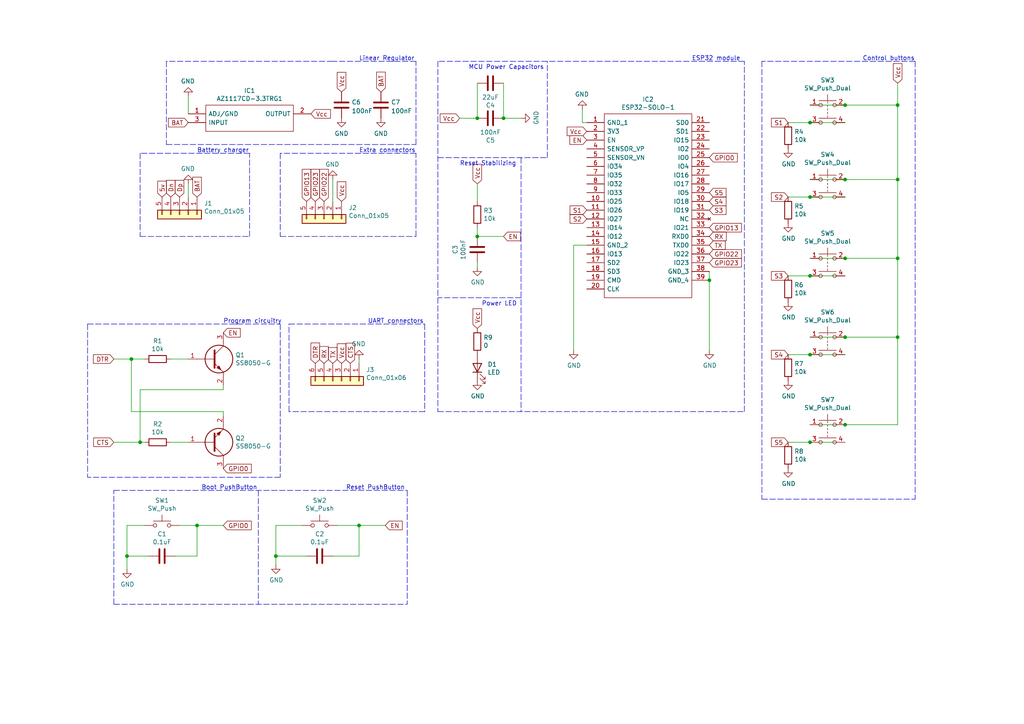
<source format=kicad_sch>
(kicad_sch (version 20211123) (generator eeschema)
  (paper "A4")
  (title_block (comment 1 "Tower PCB") (comment 2 "Project: Mario Kart") (comment 3 "Purdue University ECE477: Senior Design") (comment 4 "Author: Andre Hatushikano"))
  (lib_symbols
    (symbol "Connector_Generic:Conn_01x05" (pin_names (offset 1.016) hide)
      (property "Reference" "J" (at 0 7.62 0))
      (property "Value" "Conn_01x05" (at 0 -7.62 0))
      (symbol "Conn_01x05_1_1"
        (rectangle (start -1.27 -4.953) (end 0 -5.207) (stroke (width 0.1524)))
        (rectangle (start -1.27 -2.413) (end 0 -2.667) (stroke (width 0.1524)))
        (rectangle (start -1.27 0.127) (end 0 -0.127) (stroke (width 0.1524)))
        (rectangle (start -1.27 2.667) (end 0 2.413) (stroke (width 0.1524)))
        (rectangle (start -1.27 5.207) (end 0 4.953) (stroke (width 0.1524)))
        (rectangle (start -1.27 6.35) (end 1.27 -6.35) (stroke (width 0.254)) (fill (type background)))
        (pin passive line (at -5.08 5.08 0) (length 3.81) (name "Pin_1") (number "1"))
        (pin passive line (at -5.08 2.54 0) (length 3.81) (name "Pin_2") (number "2"))
        (pin passive line (at -5.08 0 0) (length 3.81) (name "Pin_3") (number "3"))
        (pin passive line (at -5.08 -2.54 0) (length 3.81) (name "Pin_4") (number "4"))
        (pin passive line (at -5.08 -5.08 0) (length 3.81) (name "Pin_5") (number "5"))
      )
    )
    (symbol "Connector_Generic:Conn_01x06" (pin_names (offset 1.016) hide)
      (property "Reference" "J" (at 0 7.62 0))
      (property "Value" "Conn_01x06" (at 0 -10.16 0))
      (symbol "Conn_01x06_1_1"
        (rectangle (start -1.27 -7.493) (end 0 -7.747) (stroke (width 0.1524)))
        (rectangle (start -1.27 -4.953) (end 0 -5.207) (stroke (width 0.1524)))
        (rectangle (start -1.27 -2.413) (end 0 -2.667) (stroke (width 0.1524)))
        (rectangle (start -1.27 0.127) (end 0 -0.127) (stroke (width 0.1524)))
        (rectangle (start -1.27 2.667) (end 0 2.413) (stroke (width 0.1524)))
        (rectangle (start -1.27 5.207) (end 0 4.953) (stroke (width 0.1524)))
        (rectangle (start -1.27 6.35) (end 1.27 -8.89) (stroke (width 0.254)) (fill (type background)))
        (pin passive line (at -5.08 5.08 0) (length 3.81) (name "Pin_1") (number "1"))
        (pin passive line (at -5.08 2.54 0) (length 3.81) (name "Pin_2") (number "2"))
        (pin passive line (at -5.08 0 0) (length 3.81) (name "Pin_3") (number "3"))
        (pin passive line (at -5.08 -2.54 0) (length 3.81) (name "Pin_4") (number "4"))
        (pin passive line (at -5.08 -5.08 0) (length 3.81) (name "Pin_5") (number "5"))
        (pin passive line (at -5.08 -7.62 0) (length 3.81) (name "Pin_6") (number "6"))
      )
    )
    (symbol "Device:C" (pin_numbers hide) (pin_names (offset 0.254))
      (property "Reference" "C" (at 0.635 2.54 0))
      (property "Value" "C" (at 0.635 -2.54 0))
      (symbol "C_0_1"
        (polyline (pts (xy -2.032 -0.762) (xy 2.032 -0.762)) (stroke (width 0.508)))
        (polyline (pts (xy -2.032 0.762) (xy 2.032 0.762)) (stroke (width 0.508)))
      )
      (symbol "C_1_1"
        (pin passive line (at 0 3.81 270) (length 2.794) (name "~") (number "1"))
        (pin passive line (at 0 -3.81 90) (length 2.794) (name "~") (number "2"))
      )
    )
    (symbol "Device:LED" (pin_numbers hide) (pin_names (offset 1.016) hide)
      (property "Reference" "D" (at 0 2.54 0))
      (property "Value" "LED" (at 0 -2.54 0))
      (symbol "LED_0_1"
        (polyline (pts (xy -1.27 -1.27) (xy -1.27 1.27)) (stroke (width 0.254)))
        (polyline (pts (xy -1.27 0) (xy 1.27 0)))
        (polyline (pts (xy 1.27 -1.27) (xy 1.27 1.27) (xy -1.27 0) (xy 1.27 -1.27)) (stroke (width 0.254)))
        (polyline (pts (xy -3.048 -0.762) (xy -4.572 -2.286) (xy -3.81 -2.286) (xy -4.572 -2.286) (xy -4.572 -1.524)))
        (polyline (pts (xy -1.778 -0.762) (xy -3.302 -2.286) (xy -2.54 -2.286) (xy -3.302 -2.286) (xy -3.302 -1.524)))
      )
      (symbol "LED_1_1"
        (pin passive line (at -3.81 0 0) (length 2.54) (name "K") (number "1"))
        (pin passive line (at 3.81 0 180) (length 2.54) (name "A") (number "2"))
      )
    )
    (symbol "Device:R" (pin_numbers hide) (pin_names (offset 0))
      (property "Reference" "R" (at 2.032 0 90))
      (property "Value" "R" (at 0 0 90))
      (symbol "R_0_1"
        (rectangle (start -1.016 -2.54) (end 1.016 2.54) (stroke (width 0.254)))
      )
      (symbol "R_1_1"
        (pin passive line (at 0 3.81 270) (length 1.27) (name "~") (number "1"))
        (pin passive line (at 0 -3.81 90) (length 1.27) (name "~") (number "2"))
      )
    )
    (symbol "ESP-SOLO-1:ESP32-SOLO-1" (pin_names (offset 0.762))
      (property "Reference" "IC" (at 31.75 7.62 0))
      (property "Value" "ESP-SOLO-1_ESP32-SOLO-1" (at 31.75 5.08 0))
      (symbol "ESP32-SOLO-1_0_0"
        (pin passive line (at 0 0 0) (length 5.08) (name "GND_1") (number "1"))
        (pin passive line (at 0 -22.86 0) (length 5.08) (name "IO25") (number "10"))
        (pin passive line (at 0 -25.4 0) (length 5.08) (name "IO26") (number "11"))
        (pin passive line (at 0 -27.94 0) (length 5.08) (name "IO27") (number "12"))
        (pin passive line (at 0 -30.48 0) (length 5.08) (name "IO14") (number "13"))
        (pin passive line (at 0 -33.02 0) (length 5.08) (name "IO12") (number "14"))
        (pin passive line (at 0 -35.56 0) (length 5.08) (name "GND_2") (number "15"))
        (pin passive line (at 0 -38.1 0) (length 5.08) (name "IO13") (number "16"))
        (pin passive line (at 0 -40.64 0) (length 5.08) (name "SD2") (number "17"))
        (pin passive line (at 0 -43.18 0) (length 5.08) (name "SD3") (number "18"))
        (pin passive line (at 0 -45.72 0) (length 5.08) (name "CMD") (number "19"))
        (pin passive line (at 0 -2.54 0) (length 5.08) (name "3V3") (number "2"))
        (pin passive line (at 0 -48.26 0) (length 5.08) (name "CLK") (number "20"))
        (pin passive line (at 35.56 0 180) (length 5.08) (name "SD0") (number "21"))
        (pin passive line (at 35.56 -2.54 180) (length 5.08) (name "SD1") (number "22"))
        (pin passive line (at 35.56 -5.08 180) (length 5.08) (name "IO15") (number "23"))
        (pin passive line (at 35.56 -7.62 180) (length 5.08) (name "IO2") (number "24"))
        (pin passive line (at 35.56 -10.16 180) (length 5.08) (name "IO0") (number "25"))
        (pin passive line (at 35.56 -12.7 180) (length 5.08) (name "IO4") (number "26"))
        (pin passive line (at 35.56 -15.24 180) (length 5.08) (name "IO16") (number "27"))
        (pin passive line (at 35.56 -17.78 180) (length 5.08) (name "IO17") (number "28"))
        (pin passive line (at 35.56 -20.32 180) (length 5.08) (name "IO5") (number "29"))
        (pin passive line (at 0 -5.08 0) (length 5.08) (name "EN") (number "3"))
        (pin passive line (at 35.56 -22.86 180) (length 5.08) (name "IO18") (number "30"))
        (pin passive line (at 35.56 -25.4 180) (length 5.08) (name "IO19") (number "31"))
        (pin no_connect line (at 35.56 -27.94 180) (length 5.08) (name "NC") (number "32"))
        (pin passive line (at 35.56 -30.48 180) (length 5.08) (name "IO21") (number "33"))
        (pin passive line (at 35.56 -33.02 180) (length 5.08) (name "RXD0") (number "34"))
        (pin passive line (at 35.56 -35.56 180) (length 5.08) (name "TXD0") (number "35"))
        (pin passive line (at 35.56 -38.1 180) (length 5.08) (name "IO22") (number "36"))
        (pin passive line (at 35.56 -40.64 180) (length 5.08) (name "IO23") (number "37"))
        (pin passive line (at 35.56 -43.18 180) (length 5.08) (name "GND_3") (number "38"))
        (pin passive line (at 35.56 -45.72 180) (length 5.08) (name "GND_4") (number "39"))
        (pin passive line (at 0 -7.62 0) (length 5.08) (name "SENSOR_VP") (number "4"))
        (pin passive line (at 0 -10.16 0) (length 5.08) (name "SENSOR_VN") (number "5"))
        (pin passive line (at 0 -12.7 0) (length 5.08) (name "IO34") (number "6"))
        (pin passive line (at 0 -15.24 0) (length 5.08) (name "IO35") (number "7"))
        (pin passive line (at 0 -17.78 0) (length 5.08) (name "IO32") (number "8"))
        (pin passive line (at 0 -20.32 0) (length 5.08) (name "IO33") (number "9"))
      )
      (symbol "ESP32-SOLO-1_0_1"
        (polyline (pts (xy 5.08 2.54) (xy 30.48 2.54) (xy 30.48 -50.8) (xy 5.08 -50.8) (xy 5.08 2.54)) (stroke (width 0.1524)))
      )
    )
    (symbol "Mouser:AZ1117CD-3.3TRG1" (pin_names (offset 0.762))
      (property "Reference" "IC" (at 31.75 7.62 0))
      (property "Value" "Mouser_AZ1117CD-3.3TRG1" (at 31.75 5.08 0))
      (symbol "AZ1117CD-3.3TRG1_0_0"
        (pin passive line (at 0 0 0) (length 5.08) (name "ADJ/GND") (number "1"))
        (pin passive line (at 35.56 0 180) (length 5.08) (name "OUTPUT") (number "2"))
        (pin passive line (at 0 -2.54 0) (length 5.08) (name "INPUT") (number "3"))
      )
      (symbol "AZ1117CD-3.3TRG1_0_1"
        (polyline (pts (xy 5.08 2.54) (xy 30.48 2.54) (xy 30.48 -5.08) (xy 5.08 -5.08) (xy 5.08 2.54)) (stroke (width 0.1524)))
      )
    )
    (symbol "Mouser:SS8050-G" (pin_names (offset 0.762))
      (property "Reference" "Q" (at 13.97 1.27 0))
      (property "Value" "Mouser_SS8050-G" (at 13.97 -1.27 0))
      (symbol "SS8050-G_0_0"
        (pin passive line (at 0 0 0) (length 2.54) (name "~") (number "1"))
        (pin passive line (at 10.16 -7.62 90) (length 2.54) (name "~") (number "2"))
        (pin passive line (at 10.16 7.62 270) (length 2.54) (name "~") (number "3"))
      )
      (symbol "SS8050-G_0_1"
        (polyline (pts (xy 2.54 0) (xy 7.62 0)) (stroke (width 0.1524)))
        (polyline (pts (xy 7.62 -1.27) (xy 10.16 -3.81)) (stroke (width 0.1524)))
        (polyline (pts (xy 7.62 1.27) (xy 10.16 3.81)) (stroke (width 0.1524)))
        (polyline (pts (xy 7.62 2.54) (xy 7.62 -2.54)) (stroke (width 0.508)))
        (polyline (pts (xy 10.16 -3.81) (xy 10.16 -5.08)) (stroke (width 0.1524)))
        (polyline (pts (xy 10.16 3.81) (xy 10.16 5.08)) (stroke (width 0.1524)))
        (polyline (pts (xy 8.382 -2.54) (xy 8.89 -2.032) (xy 9.398 -3.048) (xy 8.382 -2.54)) (stroke (width 0.254)) (fill (type outline)))
        (circle (center 8.89 0) (radius 4.0132) (stroke (width 0.254)))
      )
    )
    (symbol "Switch:SW_Push" (pin_numbers hide) (pin_names (offset 1.016) hide)
      (property "Reference" "SW" (at 1.27 2.54 0))
      (property "Value" "SW_Push" (at 0 -1.524 0))
      (symbol "SW_Push_0_1"
        (circle (center -2.032 0) (radius 0.508))
        (polyline (pts (xy 0 1.27) (xy 0 3.048)))
        (polyline (pts (xy 2.54 1.27) (xy -2.54 1.27)))
        (circle (center 2.032 0) (radius 0.508))
        (pin passive line (at -5.08 0 0) (length 2.54) (name "1") (number "1"))
        (pin passive line (at 5.08 0 180) (length 2.54) (name "2") (number "2"))
      )
    )
    (symbol "Switch:SW_Push_Dual" (pin_names (offset 1.016) hide)
      (property "Reference" "SW" (at 1.27 2.54 0))
      (property "Value" "SW_Push_Dual" (at 0 -6.858 0))
      (symbol "SW_Push_Dual_0_1"
        (circle (center -2.032 -5.08) (radius 0.508))
        (circle (center -2.032 0) (radius 0.508))
        (polyline (pts (xy 0 -3.048) (xy 0 -3.556)))
        (polyline (pts (xy 0 -2.032) (xy 0 -2.54)))
        (polyline (pts (xy 0 -1.524) (xy 0 -1.016)))
        (polyline (pts (xy 0 -0.508) (xy 0 0)))
        (polyline (pts (xy 0 0.508) (xy 0 1.016)))
        (polyline (pts (xy 0 1.27) (xy 0 3.048)))
        (polyline (pts (xy 2.54 -3.81) (xy -2.54 -3.81)))
        (polyline (pts (xy 2.54 1.27) (xy -2.54 1.27)))
        (circle (center 2.032 -5.08) (radius 0.508))
        (circle (center 2.032 0) (radius 0.508))
        (pin passive line (at -5.08 0 0) (length 2.54) (name "1") (number "1"))
        (pin passive line (at 5.08 0 180) (length 2.54) (name "2") (number "2"))
        (pin passive line (at -5.08 -5.08 0) (length 2.54) (name "3") (number "3"))
        (pin passive line (at 5.08 -5.08 180) (length 2.54) (name "4") (number "4"))
      )
    )
    (symbol "power:GND" (power) (pin_names (offset 0))
      (property "Value" "GND" (at 0 -3.81 0))
      (symbol "GND_0_1"
        (polyline (pts (xy 0 0) (xy 0 -1.27) (xy 1.27 -1.27) (xy 0 -2.54) (xy -1.27 -1.27) (xy 0 -1.27)))
      )
      (symbol "GND_1_1"
        (pin power_in line (at 0 0 270) (length 0) hide (name "GND") (number "1"))
      )
    )
  )
  (junction (at 234.95 35.56))
  (junction (at 40.64 128.27))
  (junction (at 245.11 74.93))
  (junction (at 36.83 161.29))
  (junction (at 234.95 57.15))
  (junction (at 260.35 97.79))
  (junction (at 146.05 34.29))
  (junction (at 234.95 102.87))
  (junction (at 260.35 74.93))
  (junction (at 57.15 152.4))
  (junction (at 80.01 161.29))
  (junction (at 38.1 104.14))
  (junction (at 245.11 97.79))
  (junction (at 234.95 80.01))
  (junction (at 104.14 152.4))
  (junction (at 138.43 68.58))
  (junction (at 245.11 123.19))
  (junction (at 260.35 52.07))
  (junction (at 260.35 30.48))
  (junction (at 234.95 128.27))
  (junction (at 245.11 52.07))
  (junction (at 138.43 34.29))
  (junction (at 245.11 30.48))
  (junction (at 205.74 81.28))
  (wire (pts (xy 80.01 161.29) (xy 80.01 163.83)))
  (polyline (pts (xy 123.19 93.98) (xy 123.19 119.38)))
  (wire (pts (xy 138.43 68.58) (xy 146.05 68.58)))
  (wire (pts (xy 205.74 81.28) (xy 205.74 101.6)))
  (wire (pts (xy 57.15 161.29) (xy 57.15 152.4)))
  (polyline (pts (xy 81.28 93.98) (xy 81.28 138.43)))
  (wire (pts (xy 64.77 119.38) (xy 64.77 120.65)))
  (wire (pts (xy 245.11 30.48) (xy 260.35 30.48)))
  (wire (pts (xy 38.1 119.38) (xy 64.77 119.38)))
  (wire (pts (xy 36.83 161.29) (xy 36.83 165.1)))
  (wire (pts (xy 50.8 161.29) (xy 57.15 161.29)))
  (wire (pts (xy 168.91 35.56) (xy 168.91 31.75)))
  (wire (pts (xy 133.35 34.29) (xy 138.43 34.29)))
  (wire (pts (xy 205.74 78.74) (xy 205.74 81.28)))
  (polyline (pts (xy 120.65 68.58) (xy 120.65 44.45)))
  (wire (pts (xy 38.1 104.14) (xy 33.02 104.14)))
  (polyline (pts (xy 81.28 68.58) (xy 120.65 68.58)))
  (wire (pts (xy 234.95 128.27) (xy 245.11 128.27)))
  (polyline (pts (xy 123.19 119.38) (xy 83.82 119.38)))
  (wire (pts (xy 49.53 128.27) (xy 54.61 128.27)))
  (wire (pts (xy 104.14 152.4) (xy 111.76 152.4)))
  (wire (pts (xy 234.95 102.87) (xy 245.11 102.87)))
  (polyline (pts (xy 81.28 138.43) (xy 25.4 138.43)))
  (wire (pts (xy 166.37 71.12) (xy 166.37 101.6)))
  (wire (pts (xy 41.91 152.4) (xy 36.83 152.4)))
  (wire (pts (xy 87.63 152.4) (xy 80.01 152.4)))
  (polyline (pts (xy 220.98 144.78) (xy 265.43 144.78)))
  (wire (pts (xy 245.11 74.93) (xy 260.35 74.93)))
  (wire (pts (xy 234.95 128.27) (xy 228.6 128.27)))
  (polyline (pts (xy 40.64 68.58) (xy 72.39 68.58)))
  (wire (pts (xy 146.05 34.29) (xy 146.05 24.13)))
  (polyline (pts (xy 81.28 44.45) (xy 81.28 68.58)))
  (polyline (pts (xy 215.9 119.38) (xy 215.9 17.78)))
  (polyline (pts (xy 127 17.78) (xy 127 119.38)))
  (polyline (pts (xy 48.26 17.78) (xy 48.26 41.91)))
  (wire (pts (xy 234.95 80.01) (xy 245.11 80.01)))
  (wire (pts (xy 234.95 57.15) (xy 228.6 57.15)))
  (wire (pts (xy 260.35 30.48) (xy 260.35 52.07)))
  (wire (pts (xy 104.14 152.4) (xy 97.79 152.4)))
  (polyline (pts (xy 151.13 86.36) (xy 127 86.36)))
  (wire (pts (xy 96.52 52.07) (xy 96.52 58.42)))
  (wire (pts (xy 40.64 113.03) (xy 64.77 113.03)))
  (polyline (pts (xy 83.82 119.38) (xy 83.82 93.98)))
  (wire (pts (xy 234.95 57.15) (xy 245.11 57.15)))
  (polyline (pts (xy 120.65 17.78) (xy 96.52 17.78)))
  (polyline (pts (xy 96.52 41.91) (xy 120.65 41.91)))
  (wire (pts (xy 260.35 123.19) (xy 245.11 123.19)))
  (wire (pts (xy 234.95 35.56) (xy 245.11 35.56)))
  (polyline (pts (xy 83.82 93.98) (xy 123.19 93.98)))
  (wire (pts (xy 104.14 161.29) (xy 104.14 152.4)))
  (polyline (pts (xy 120.65 41.91) (xy 120.65 17.78)))
  (wire (pts (xy 138.43 24.13) (xy 138.43 34.29)))
  (polyline (pts (xy 158.75 45.72) (xy 158.75 17.78)))
  (wire (pts (xy 234.95 80.01) (xy 228.6 80.01)))
  (wire (pts (xy 54.61 53.34) (xy 54.61 57.15)))
  (wire (pts (xy 234.95 123.19) (xy 245.11 123.19)))
  (wire (pts (xy 260.35 24.13) (xy 260.35 30.48)))
  (wire (pts (xy 80.01 152.4) (xy 80.01 161.29)))
  (polyline (pts (xy 33.02 175.26) (xy 118.11 175.26)))
  (wire (pts (xy 96.52 161.29) (xy 104.14 161.29)))
  (polyline (pts (xy 25.4 93.98) (xy 25.4 138.43)))
  (wire (pts (xy 64.77 113.03) (xy 64.77 111.76)))
  (wire (pts (xy 54.61 27.94) (xy 54.61 33.02)))
  (wire (pts (xy 38.1 104.14) (xy 41.91 104.14)))
  (wire (pts (xy 151.13 34.29) (xy 146.05 34.29)))
  (wire (pts (xy 38.1 119.38) (xy 38.1 104.14)))
  (polyline (pts (xy 127 45.72) (xy 158.75 45.72)))
  (polyline (pts (xy 40.64 44.45) (xy 40.64 68.58)))
  (wire (pts (xy 43.18 161.29) (xy 36.83 161.29)))
  (wire (pts (xy 57.15 152.4) (xy 52.07 152.4)))
  (polyline (pts (xy 25.4 93.98) (xy 81.28 93.98)))
  (polyline (pts (xy 265.43 17.78) (xy 220.98 17.78)))
  (polyline (pts (xy 127 119.38) (xy 215.9 119.38)))
  (polyline (pts (xy 151.13 45.72) (xy 151.13 119.38)))
  (wire (pts (xy 170.18 35.56) (xy 168.91 35.56)))
  (polyline (pts (xy 33.02 142.24) (xy 118.11 142.24)))
  (polyline (pts (xy 265.43 17.78) (xy 265.43 144.78)))
  (polyline (pts (xy 72.39 44.45) (xy 40.64 44.45)))
  (polyline (pts (xy 215.9 17.78) (xy 127 17.78)))
  (wire (pts (xy 170.18 71.12) (xy 166.37 71.12)))
  (polyline (pts (xy 48.26 41.91) (xy 96.52 41.91)))
  (wire (pts (xy 260.35 74.93) (xy 260.35 97.79)))
  (wire (pts (xy 234.95 97.79) (xy 245.11 97.79)))
  (wire (pts (xy 234.95 30.48) (xy 245.11 30.48)))
  (wire (pts (xy 138.43 53.34) (xy 138.43 58.42)))
  (wire (pts (xy 49.53 104.14) (xy 54.61 104.14)))
  (polyline (pts (xy 220.98 17.78) (xy 220.98 144.78)))
  (wire (pts (xy 138.43 76.2) (xy 138.43 77.47)))
  (wire (pts (xy 260.35 52.07) (xy 260.35 74.93)))
  (wire (pts (xy 57.15 152.4) (xy 64.77 152.4)))
  (wire (pts (xy 245.11 97.79) (xy 260.35 97.79)))
  (polyline (pts (xy 74.93 142.24) (xy 74.93 175.26)))
  (polyline (pts (xy 118.11 142.24) (xy 118.11 175.26)))
  (wire (pts (xy 104.14 105.41) (xy 104.14 104.14)))
  (wire (pts (xy 234.95 52.07) (xy 245.11 52.07)))
  (wire (pts (xy 245.11 52.07) (xy 260.35 52.07)))
  (wire (pts (xy 40.64 113.03) (xy 40.64 128.27)))
  (wire (pts (xy 234.95 102.87) (xy 228.6 102.87)))
  (wire (pts (xy 234.95 74.93) (xy 245.11 74.93)))
  (wire (pts (xy 138.43 66.04) (xy 138.43 68.58)))
  (polyline (pts (xy 72.39 68.58) (xy 72.39 44.45)))
  (wire (pts (xy 228.6 35.56) (xy 234.95 35.56)))
  (wire (pts (xy 33.02 128.27) (xy 40.64 128.27)))
  (wire (pts (xy 260.35 97.79) (xy 260.35 123.19)))
  (polyline (pts (xy 33.02 175.26) (xy 33.02 142.24)))
  (polyline (pts (xy 96.52 17.78) (xy 48.26 17.78)))
  (wire (pts (xy 36.83 152.4) (xy 36.83 161.29)))
  (wire (pts (xy 88.9 161.29) (xy 80.01 161.29)))
  (wire (pts (xy 40.64 128.27) (xy 41.91 128.27)))
  (polyline (pts (xy 120.65 44.45) (xy 81.28 44.45)))
  (text "Boot PushButton" (at 58.42 142.24 0) (effects (font (size 1.27 1.27)) (justify left bottom)))
  (text "MCU Power Capacitors" (at 135.89 20.32 0) (effects (font (size 1.27 1.27)) (justify left bottom)))
  (text "Control buttons" (at 250.19 17.78 0) (effects (font (size 1.27 1.27)) (justify left bottom)))
  (text "Linear Regulator\n" (at 104.14 17.78 0) (effects (font (size 1.27 1.27)) (justify left bottom)))
  (text "Extra connectors" (at 104.14 44.45 0) (effects (font (size 1.27 1.27)) (justify left bottom)))
  (text "UART connectors\n" (at 106.68 93.98 0) (effects (font (size 1.27 1.27)) (justify left bottom)))
  (text "Program circuitry\n" (at 64.77 93.98 0) (effects (font (size 1.27 1.27)) (justify left bottom)))
  (text "Reset Stabilizing" (at 133.35 48.26 0) (effects (font (size 1.27 1.27)) (justify left bottom)))
  (text "Power LED" (at 139.7 88.9 0) (effects (font (size 1.27 1.27)) (justify left bottom)))
  (text "ESP32 module" (at 200.66 17.78 0) (effects (font (size 1.27 1.27)) (justify left bottom)))
  (text "Reset PushButton" (at 100.33 142.24 0) (effects (font (size 1.27 1.27)) (justify left bottom)))
  (text "Battery charger" (at 57.15 44.45 0) (effects (font (size 1.27 1.27)) (justify left bottom)))
  (global_label "DTR" (shape input) (at 33.02 104.14 180) (property "Intersheet References" "${INTERSHEET_REFS}" (effects hide)))
  (global_label "GPIO23" (shape input) (at 91.44 58.42 90) (property "Intersheet References" "${INTERSHEET_REFS}" (effects hide)))
  (global_label "RX" (shape input) (at 205.74 68.58 0) (property "Intersheet References" "${INTERSHEET_REFS}" (effects hide)))
  (global_label "Vcc" (shape input) (at 138.43 53.34 90) (property "Intersheet References" "${INTERSHEET_REFS}" (effects hide)))
  (global_label "Vcc" (shape input) (at 99.06 26.67 90) (property "Intersheet References" "${INTERSHEET_REFS}" (effects hide)))
  (global_label "GPIO0" (shape input) (at 205.74 45.72 0) (property "Intersheet References" "${INTERSHEET_REFS}" (effects hide)))
  (global_label "TX" (shape input) (at 96.52 105.41 90) (property "Intersheet References" "${INTERSHEET_REFS}" (effects hide)))
  (global_label "BAT" (shape input) (at 110.49 26.67 90) (property "Intersheet References" "${INTERSHEET_REFS}" (effects hide)))
  (global_label "GPIO0" (shape input) (at 64.77 135.89 0) (property "Intersheet References" "${INTERSHEET_REFS}" (effects hide)))
  (global_label "RX" (shape input) (at 93.98 105.41 90) (property "Intersheet References" "${INTERSHEET_REFS}" (effects hide)))
  (global_label "Dn" (shape input) (at 49.53 57.15 90) (property "Intersheet References" "${INTERSHEET_REFS}" (effects hide)))
  (global_label "BAT" (shape input) (at 54.61 35.56 180) (property "Intersheet References" "${INTERSHEET_REFS}" (effects hide)))
  (global_label "S3" (shape input) (at 228.6 80.01 180) (property "Intersheet References" "${INTERSHEET_REFS}" (effects hide)))
  (global_label "5v" (shape input) (at 46.99 57.15 90) (property "Intersheet References" "${INTERSHEET_REFS}" (effects hide)))
  (global_label "BAT" (shape input) (at 57.15 57.15 90) (property "Intersheet References" "${INTERSHEET_REFS}" (effects hide)))
  (global_label "S2" (shape input) (at 228.6 57.15 180) (property "Intersheet References" "${INTERSHEET_REFS}" (effects hide)))
  (global_label "S3" (shape input) (at 205.74 60.96 0) (property "Intersheet References" "${INTERSHEET_REFS}" (effects hide)))
  (global_label "Vcc" (shape input) (at 99.06 105.41 90) (property "Intersheet References" "${INTERSHEET_REFS}" (effects hide)))
  (global_label "Vcc" (shape input) (at 260.35 24.13 90) (property "Intersheet References" "${INTERSHEET_REFS}" (effects hide)))
  (global_label "TX" (shape input) (at 205.74 71.12 0) (property "Intersheet References" "${INTERSHEET_REFS}" (effects hide)))
  (global_label "EN" (shape input) (at 64.77 96.52 0) (property "Intersheet References" "${INTERSHEET_REFS}" (effects hide)))
  (global_label "S1" (shape input) (at 170.18 60.96 180) (property "Intersheet References" "${INTERSHEET_REFS}" (effects hide)))
  (global_label "Vcc" (shape input) (at 138.43 95.25 90) (property "Intersheet References" "${INTERSHEET_REFS}" (effects hide)))
  (global_label "GPIO22" (shape input) (at 93.98 58.42 90) (property "Intersheet References" "${INTERSHEET_REFS}" (effects hide)))
  (global_label "GPIO0" (shape input) (at 64.77 152.4 0) (property "Intersheet References" "${INTERSHEET_REFS}" (effects hide)))
  (global_label "S5" (shape input) (at 228.6 128.27 180) (property "Intersheet References" "${INTERSHEET_REFS}" (effects hide)))
  (global_label "GPIO22" (shape input) (at 205.74 73.66 0) (property "Intersheet References" "${INTERSHEET_REFS}" (effects hide)))
  (global_label "EN" (shape input) (at 111.76 152.4 0) (property "Intersheet References" "${INTERSHEET_REFS}" (effects hide)))
  (global_label "S5" (shape input) (at 205.74 55.88 0) (property "Intersheet References" "${INTERSHEET_REFS}" (effects hide)))
  (global_label "GPIO23" (shape input) (at 205.74 76.2 0) (property "Intersheet References" "${INTERSHEET_REFS}" (effects hide)))
  (global_label "EN" (shape input) (at 170.18 40.64 180) (property "Intersheet References" "${INTERSHEET_REFS}" (effects hide)))
  (global_label "Vcc" (shape input) (at 99.06 58.42 90) (property "Intersheet References" "${INTERSHEET_REFS}" (effects hide)))
  (global_label "GPIO13" (shape input) (at 88.9 58.42 90) (property "Intersheet References" "${INTERSHEET_REFS}" (effects hide)))
  (global_label "GPIO13" (shape input) (at 205.74 66.04 0) (property "Intersheet References" "${INTERSHEET_REFS}" (effects hide)))
  (global_label "DTR" (shape input) (at 91.44 105.41 90) (property "Intersheet References" "${INTERSHEET_REFS}" (effects hide)))
  (global_label "CTS" (shape input) (at 101.6 105.41 90) (property "Intersheet References" "${INTERSHEET_REFS}" (effects hide)))
  (global_label "S2" (shape input) (at 170.18 63.5 180) (property "Intersheet References" "${INTERSHEET_REFS}" (effects hide)))
  (global_label "Dp" (shape input) (at 52.07 57.15 90) (property "Intersheet References" "${INTERSHEET_REFS}" (effects hide)))
  (global_label "CTS" (shape input) (at 33.02 128.27 180) (property "Intersheet References" "${INTERSHEET_REFS}" (effects hide)))
  (global_label "S1" (shape input) (at 228.6 35.56 180) (property "Intersheet References" "${INTERSHEET_REFS}" (effects hide)))
  (global_label "Vcc" (shape input) (at 90.17 33.02 0) (property "Intersheet References" "${INTERSHEET_REFS}" (effects hide)))
  (global_label "S4" (shape input) (at 228.6 102.87 180) (property "Intersheet References" "${INTERSHEET_REFS}" (effects hide)))
  (global_label "Vcc" (shape input) (at 170.18 38.1 180) (property "Intersheet References" "${INTERSHEET_REFS}" (effects hide)))
  (global_label "EN" (shape input) (at 146.05 68.58 0) (property "Intersheet References" "${INTERSHEET_REFS}" (effects hide)))
  (global_label "Vcc" (shape input) (at 133.35 34.29 180) (property "Intersheet References" "${INTERSHEET_REFS}" (effects hide)))
  (global_label "S4" (shape input) (at 205.74 58.42 0) (property "Intersheet References" "${INTERSHEET_REFS}" (effects hide)))
  (symbol (lib_id "power:GND") (at 151.13 34.29 90) (unit 1)
    (property "Reference" "#PWR09" (effects hide))
    (property "Value" "GND" (at 155.5242 34.163 0))
  )
  (symbol (lib_id "power:GND") (at 205.74 101.6 0) (unit 1)
    (property "Reference" "#PWR010" (effects hide))
    (property "Value" "GND" (at 205.867 105.9942 0))
  )
  (symbol (lib_id "power:GND") (at 166.37 101.6 0) (unit 1)
    (property "Reference" "#PWR08" (effects hide))
    (property "Value" "GND" (at 166.497 105.9942 0))
  )
  (symbol (lib_id "Connector_Generic:Conn_01x06") (at 99.06 110.49 270) (unit 1)
    (property "Reference" "J3" (at 106.172 107.2388 90) (effects (justify left)))
    (property "Value" "Conn_01x06" (at 106.172 109.5502 90) (effects (justify left)))
    (property "Footprint" "Connector_PinSocket_2.54mm:PinSocket_1x06_P2.54mm_Vertical" (effects hide))
  )
  (symbol (lib_id "power:GND") (at 104.14 104.14 180) (unit 1)
    (property "Reference" "#PWR06" (effects hide))
    (property "Value" "GND" (at 104.013 99.7458 0))
  )
  (symbol (lib_id "Device:C") (at 142.24 34.29 90) (unit 1)
    (property "Reference" "C5" (at 142.24 40.6908 90))
    (property "Value" "100nF" (at 142.24 38.3794 90))
    (property "Footprint" "Capacitor_SMD:C_0805_2012Metric" (effects hide))
  )
  (symbol (lib_id "Device:R") (at 45.72 104.14 90) (unit 1)
    (property "Reference" "R1" (at 45.72 98.8822 90))
    (property "Value" "10k" (at 45.72 101.1936 90))
    (property "Footprint" "Resistor_SMD:R_0805_2012Metric" (effects hide))
  )
  (symbol (lib_id "Device:R") (at 45.72 128.27 90) (unit 1)
    (property "Reference" "R2" (at 45.72 123.0122 90))
    (property "Value" "10k" (at 45.72 125.3236 90))
    (property "Footprint" "Resistor_SMD:R_0805_2012Metric" (effects hide))
  )
  (symbol (lib_id "ESP-SOLO-1:ESP32-SOLO-1") (at 170.18 35.56 0) (unit 1)
    (property "Reference" "IC2" (at 187.96 28.829 0))
    (property "Value" "ESP32-SOLO-1" (at 187.96 31.1404 0))
    (property "Footprint" "Mouser:ESP32SOLO1" (effects hide))
    (property "Datasheet" "https://www.espressif.com/sites/default/files/documentation/esp32-solo-1_datasheet_en.pdf" (effects hide))
    (property "Description" "WiFi Modules (802.11) SMD Module, ESP32-S0WD, 32Mbits SPI flash, UART mode," (effects hide))
    (property "Manufacturer_Name" "Espressif Systems" (effects hide))
    (property "Manufacturer_Part_Number" "ESP32-SOLO-1" (effects hide))
    (property "Mouser Part Number" "356-ESP32-SOLO-1" (effects hide))
    (property "Mouser Price/Stock" "https://www.mouser.co.uk/ProductDetail/Espressif-Systems/ESP32-SOLO-1?qs=w%2Fv1CP2dgqpIFRWX9FvikA%3D%3D" (effects hide))
  )
  (symbol (lib_id "Switch:SW_Push_Dual") (at 240.03 30.48 0) (unit 1)
    (property "Reference" "SW3" (at 240.03 23.241 0))
    (property "Value" "SW_Push_Dual" (at 240.03 25.5524 0))
    (property "Footprint" "Button_Switch_THT:SW_TH_Tactile_Omron_B3F-10xx" (effects hide))
  )
  (symbol (lib_id "Switch:SW_Push_Dual") (at 240.03 52.07 0) (unit 1)
    (property "Reference" "SW4" (at 240.03 44.831 0))
    (property "Value" "SW_Push_Dual" (at 240.03 47.1424 0))
    (property "Footprint" "Button_Switch_THT:SW_TH_Tactile_Omron_B3F-10xx" (effects hide))
  )
  (symbol (lib_id "Switch:SW_Push_Dual") (at 240.03 74.93 0) (unit 1)
    (property "Reference" "SW5" (at 240.03 67.691 0))
    (property "Value" "SW_Push_Dual" (at 240.03 70.0024 0))
    (property "Footprint" "Button_Switch_THT:SW_TH_Tactile_Omron_B3F-10xx" (effects hide))
  )
  (symbol (lib_id "Switch:SW_Push_Dual") (at 240.03 97.79 0) (unit 1)
    (property "Reference" "SW6" (at 240.03 90.551 0))
    (property "Value" "SW_Push_Dual" (at 240.03 92.8624 0))
    (property "Footprint" "Button_Switch_THT:SW_TH_Tactile_Omron_B3F-10xx" (effects hide))
  )
  (symbol (lib_id "Switch:SW_Push_Dual") (at 240.03 123.19 0) (unit 1)
    (property "Reference" "SW7" (at 240.03 115.951 0))
    (property "Value" "SW_Push_Dual" (at 240.03 118.2624 0))
    (property "Footprint" "Button_Switch_THT:SW_TH_Tactile_Omron_B3F-10xx" (effects hide))
  )
  (symbol (lib_id "Device:R") (at 228.6 39.37 0) (unit 1)
    (property "Reference" "R4" (at 230.378 38.2016 0) (effects (justify left)))
    (property "Value" "10k" (at 230.378 40.513 0) (effects (justify left)))
    (property "Footprint" "Resistor_SMD:R_0805_2012Metric" (effects hide))
  )
  (symbol (lib_id "Device:R") (at 228.6 60.96 0) (unit 1)
    (property "Reference" "R5" (at 230.378 59.7916 0) (effects (justify left)))
    (property "Value" "10k" (at 230.378 62.103 0) (effects (justify left)))
    (property "Footprint" "Resistor_SMD:R_0805_2012Metric" (effects hide))
  )
  (symbol (lib_id "Device:R") (at 228.6 83.82 0) (unit 1)
    (property "Reference" "R6" (at 230.378 82.6516 0) (effects (justify left)))
    (property "Value" "10k" (at 230.378 84.963 0) (effects (justify left)))
    (property "Footprint" "Resistor_SMD:R_0805_2012Metric" (effects hide))
  )
  (symbol (lib_id "Device:R") (at 228.6 106.68 0) (unit 1)
    (property "Reference" "R7" (at 230.378 105.5116 0) (effects (justify left)))
    (property "Value" "10k" (at 230.378 107.823 0) (effects (justify left)))
    (property "Footprint" "Resistor_SMD:R_0805_2012Metric" (effects hide))
  )
  (symbol (lib_id "Device:R") (at 228.6 132.08 0) (unit 1)
    (property "Reference" "R8" (at 230.378 130.9116 0) (effects (justify left)))
    (property "Value" "10k" (at 230.378 133.223 0) (effects (justify left)))
    (property "Footprint" "Resistor_SMD:R_0805_2012Metric" (effects hide))
  )
  (symbol (lib_id "power:GND") (at 228.6 135.89 0) (unit 1)
    (property "Reference" "#PWR015" (effects hide))
    (property "Value" "GND" (at 228.727 140.2842 0))
  )
  (symbol (lib_id "power:GND") (at 228.6 110.49 0) (unit 1)
    (property "Reference" "#PWR014" (effects hide))
    (property "Value" "GND" (at 228.727 114.8842 0))
  )
  (symbol (lib_id "power:GND") (at 228.6 87.63 0) (unit 1)
    (property "Reference" "#PWR013" (effects hide))
    (property "Value" "GND" (at 228.727 92.0242 0))
  )
  (symbol (lib_id "power:GND") (at 228.6 64.77 0) (unit 1)
    (property "Reference" "#PWR012" (effects hide))
    (property "Value" "GND" (at 228.727 69.1642 0))
  )
  (symbol (lib_id "power:GND") (at 228.6 43.18 0) (unit 1)
    (property "Reference" "#PWR011" (effects hide))
    (property "Value" "GND" (at 228.727 47.5742 0))
  )
  (symbol (lib_id "Mouser:AZ1117CD-3.3TRG1") (at 54.61 33.02 0) (unit 1)
    (property "Reference" "IC1" (at 72.39 26.289 0))
    (property "Value" "AZ1117CD-3.3TRG1" (at 72.39 28.6004 0))
    (property "Footprint" "Mouser:AZ1117CD33TRG1" (effects hide))
    (property "Datasheet" "https://www.diodes.com/assets/Datasheets/AZ1117C.pdf" (effects hide))
    (property "Description" "LDO Regulator Pos 3.3V 0.8A 3-Pin(2+Tab) TO-252 T/R" (effects hide))
    (property "Height" "2.38" (effects hide))
    (property "Mouser Part Number" "621-AZ1117CD-3.3TRG1" (effects hide))
    (property "Mouser Price/Stock" "https://www.mouser.co.uk/ProductDetail/Diodes-Incorporated/AZ1117CD-33TRG1?qs=FKu9oBikfSnei3n4%2FTBoVg%3D%3D" (effects hide))
    (property "Manufacturer_Name" "Diodes Inc." (effects hide))
    (property "Manufacturer_Part_Number" "AZ1117CD-3.3TRG1" (effects hide))
  )
  (symbol (lib_id "power:GND") (at 54.61 27.94 180) (unit 1)
    (property "Reference" "#PWR04" (effects hide))
    (property "Value" "GND" (at 54.483 23.5458 0))
  )
  (symbol (lib_id "Switch:SW_Push") (at 46.99 152.4 0) (unit 1)
    (property "Reference" "SW1" (at 46.99 145.161 0))
    (property "Value" "SW_Push" (at 46.99 147.4724 0))
    (property "Footprint" "Button_Switch_SMD:SW_SPST_CK_KXT3" (effects hide))
  )
  (symbol (lib_id "Device:C") (at 46.99 161.29 270) (unit 1)
    (property "Reference" "C1" (at 46.99 154.8892 90))
    (property "Value" "0.1uF" (at 46.99 157.2006 90))
    (property "Footprint" "Capacitor_SMD:C_0805_2012Metric" (effects hide))
  )
  (symbol (lib_id "power:GND") (at 36.83 165.1 0) (unit 1)
    (property "Reference" "#PWR01" (effects hide))
    (property "Value" "GND" (at 36.957 169.4942 0))
  )
  (symbol (lib_id "Mouser:SS8050-G") (at 54.61 104.14 0) (unit 1)
    (property "Reference" "Q1" (at 68.2752 102.9716 0) (effects (justify left)))
    (property "Value" "SS8050-G" (at 68.2752 105.283 0) (effects (justify left)))
    (property "Footprint" "Mouser:SOT95P240X115-3N" (effects hide))
    (property "Datasheet" "https://datasheet.datasheetarchive.com/originals/distributors/DKDS-12/229454.pdf" (effects hide))
    (property "Description" "Bipolar Transistors - BJT NPN TRANSISTOR 1.5A 40V" (effects hide))
    (property "Height" "1.15" (effects hide))
    (property "Mouser Part Number" "750-SS8050-G" (effects hide))
    (property "Mouser Price/Stock" "https://www.mouser.co.uk/ProductDetail/Comchip-Technology/SS8050-G?qs=LLUE9lz1YbcHg%252BWLMAtcrQ%3D%3D" (effects hide))
    (property "Manufacturer_Name" "Comchip Technology" (effects hide))
    (property "Manufacturer_Part_Number" "SS8050-G" (effects hide))
  )
  (symbol (lib_id "Switch:SW_Push") (at 92.71 152.4 0) (unit 1)
    (property "Reference" "SW2" (at 92.71 145.161 0))
    (property "Value" "SW_Push" (at 92.71 147.4724 0))
    (property "Footprint" "Button_Switch_SMD:SW_SPST_CK_KXT3" (effects hide))
  )
  (symbol (lib_id "Device:C") (at 92.71 161.29 270) (unit 1)
    (property "Reference" "C2" (at 92.71 154.8892 90))
    (property "Value" "0.1uF" (at 92.71 157.2006 90))
    (property "Footprint" "Capacitor_SMD:C_0805_2012Metric" (effects hide))
  )
  (symbol (lib_id "Mouser:SS8050-G") (at 54.61 128.27 0) (mirror x) (unit 1)
    (property "Reference" "Q2" (at 68.2752 127.1016 0) (effects (justify left)))
    (property "Value" "SS8050-G" (at 68.2752 129.413 0) (effects (justify left)))
    (property "Footprint" "Mouser:SOT95P240X115-3N" (effects hide))
    (property "Datasheet" "https://datasheet.datasheetarchive.com/originals/distributors/DKDS-12/229454.pdf" (effects hide))
    (property "Description" "Bipolar Transistors - BJT NPN TRANSISTOR 1.5A 40V" (effects hide))
    (property "Height" "1.15" (effects hide))
    (property "Mouser Part Number" "750-SS8050-G" (effects hide))
    (property "Mouser Price/Stock" "https://www.mouser.co.uk/ProductDetail/Comchip-Technology/SS8050-G?qs=LLUE9lz1YbcHg%252BWLMAtcrQ%3D%3D" (effects hide))
    (property "Manufacturer_Name" "Comchip Technology" (effects hide))
    (property "Manufacturer_Part_Number" "SS8050-G" (effects hide))
  )
  (symbol (lib_id "power:GND") (at 80.01 163.83 0) (unit 1)
    (property "Reference" "#PWR03" (effects hide))
    (property "Value" "GND" (at 80.137 168.2242 0))
  )
  (symbol (lib_id "Connector_Generic:Conn_01x05") (at 52.07 62.23 270) (unit 1)
    (property "Reference" "J1" (at 59.182 58.9788 90) (effects (justify left)))
    (property "Value" "Conn_01x05" (at 59.182 61.2902 90) (effects (justify left)))
    (property "Footprint" "Connector_PinSocket_2.54mm:PinSocket_1x05_P2.54mm_Vertical" (effects hide))
  )
  (symbol (lib_id "power:GND") (at 54.61 53.34 180) (unit 1)
    (property "Reference" "#PWR02" (effects hide))
    (property "Value" "GND" (at 54.483 48.9458 0))
  )
  (symbol (lib_id "Device:C") (at 142.24 24.13 90) (unit 1)
    (property "Reference" "C4" (at 142.24 30.5308 90))
    (property "Value" "22uF" (at 142.24 28.2194 90))
    (property "Footprint" "Capacitor_SMD:C_0805_2012Metric" (effects hide))
  )
  (symbol (lib_id "Connector_Generic:Conn_01x05") (at 93.98 63.5 270) (unit 1)
    (property "Reference" "J2" (at 101.092 60.2488 90) (effects (justify left)))
    (property "Value" "Conn_01x05" (at 101.092 62.5602 90) (effects (justify left)))
    (property "Footprint" "Connector_PinSocket_2.54mm:PinSocket_1x05_P2.54mm_Vertical" (effects hide))
  )
  (symbol (lib_id "power:GND") (at 96.52 52.07 180) (unit 1)
    (property "Reference" "#PWR05" (effects hide))
    (property "Value" "GND" (at 96.393 47.6758 0))
  )
  (symbol (lib_id "Device:R") (at 138.43 62.23 0) (unit 1)
    (property "Reference" "R3" (at 140.208 61.0616 0) (effects (justify left)))
    (property "Value" "10k" (at 140.208 63.373 0) (effects (justify left)))
    (property "Footprint" "Resistor_SMD:R_0805_2012Metric" (effects hide))
  )
  (symbol (lib_id "power:GND") (at 168.91 31.75 180) (unit 1)
    (property "Reference" "#PWR0102" (effects hide))
    (property "Value" "GND" (at 168.783 27.3558 0))
  )
  (symbol (lib_id "Device:C") (at 138.43 72.39 0) (unit 1)
    (property "Reference" "C3" (at 132.0292 72.39 90))
    (property "Value" "100nF" (at 134.3406 72.39 90))
    (property "Footprint" "Capacitor_SMD:C_0805_2012Metric" (effects hide))
  )
  (symbol (lib_id "power:GND") (at 138.43 77.47 0) (unit 1)
    (property "Reference" "#PWR07" (effects hide))
    (property "Value" "GND" (at 138.557 81.8642 0))
  )
  (symbol (lib_id "Device:LED") (at 138.43 106.68 90) (unit 1)
    (property "Reference" "D1" (at 141.4272 105.6894 90) (effects (justify right)))
    (property "Value" "LED" (at 141.4272 108.0008 90) (effects (justify right)))
    (property "Footprint" "Mouser:APHCM2012QBCDF01" (effects hide))
  )
  (symbol (lib_id "power:GND") (at 138.43 110.49 0) (unit 1)
    (property "Reference" "#PWR0101" (effects hide))
    (property "Value" "GND" (at 138.557 114.8842 0))
  )
  (symbol (lib_id "Device:R") (at 138.43 99.06 0) (unit 1)
    (property "Reference" "R9" (at 140.208 97.8916 0) (effects (justify left)))
    (property "Value" "0" (at 140.208 100.203 0) (effects (justify left)))
    (property "Footprint" "Resistor_SMD:R_0805_2012Metric" (effects hide))
  )
  (symbol (lib_id "Device:C") (at 99.06 30.48 0) (unit 1)
    (property "Reference" "C6" (at 101.981 29.6453 0) (effects (justify left)))
    (property "Value" "100nF" (at 101.981 32.1822 0) (effects (justify left)))
    (property "Footprint" "Capacitor_SMD:C_0805_2012Metric" (effects hide))
  )
  (symbol (lib_id "Device:C") (at 110.49 30.48 0) (unit 1)
    (property "Reference" "C7" (at 113.411 29.6453 0) (effects (justify left)))
    (property "Value" "100nF" (at 113.411 32.1822 0) (effects (justify left)))
    (property "Footprint" "Capacitor_SMD:C_0805_2012Metric" (effects hide))
  )
  (symbol (lib_id "power:GND") (at 99.06 34.29 0) (unit 1)
    (property "Reference" "#PWR0104" (effects hide))
    (property "Value" "GND" (at 99.06 38.7334 0))
  )
  (symbol (lib_id "power:GND") (at 110.49 34.29 0) (unit 1)
    (property "Reference" "#PWR0103" (effects hide))
    (property "Value" "GND" (at 110.49 38.7334 0))
  )
)
</source>
